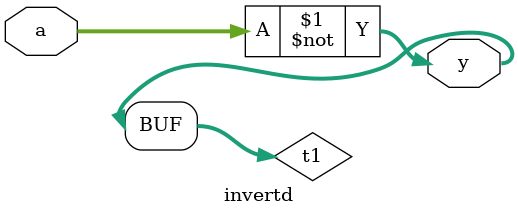
<source format=v>
`timescale 1ns / 1ps
module invertd(a, y);
    input [7:0] a;
    output [7:0] y;
wire [7:0] t1;
assign t1=~a;
assign y=t1;

endmodule

</source>
